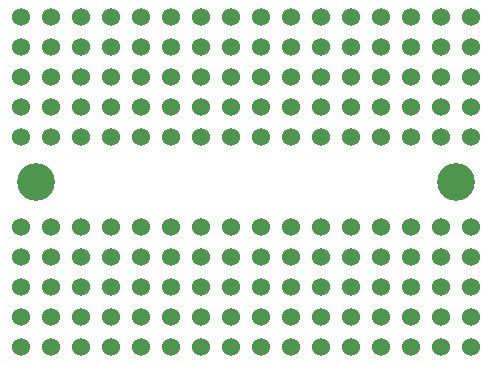
<source format=gbr>
%TF.GenerationSoftware,KiCad,Pcbnew,5.1.9-73d0e3b20d~88~ubuntu20.04.1*%
%TF.CreationDate,2021-01-27T17:21:39-06:00*%
%TF.ProjectId,ProtoPCBs,50726f74-6f50-4434-9273-2e6b69636164,rev?*%
%TF.SameCoordinates,Original*%
%TF.FileFunction,Soldermask,Bot*%
%TF.FilePolarity,Negative*%
%FSLAX46Y46*%
G04 Gerber Fmt 4.6, Leading zero omitted, Abs format (unit mm)*
G04 Created by KiCad (PCBNEW 5.1.9-73d0e3b20d~88~ubuntu20.04.1) date 2021-01-27 17:21:39*
%MOMM*%
%LPD*%
G01*
G04 APERTURE LIST*
%ADD10C,1.524000*%
%ADD11C,3.200000*%
G04 APERTURE END LIST*
D10*
%TO.C,REF\u002A\u002A*%
X193040000Y-83820000D03*
X193040000Y-93980000D03*
X203200000Y-86360000D03*
X228600000Y-93980000D03*
X228600000Y-88900000D03*
X226060000Y-83820000D03*
X215900000Y-93980000D03*
X205740000Y-86360000D03*
X213360000Y-88900000D03*
X223520000Y-83820000D03*
X231140000Y-91440000D03*
X193040000Y-86360000D03*
X213360000Y-86360000D03*
X213360000Y-93980000D03*
X220980000Y-91440000D03*
X220980000Y-93980000D03*
X205740000Y-83820000D03*
X220980000Y-86360000D03*
X195580000Y-93980000D03*
X198120000Y-88900000D03*
X226060000Y-88900000D03*
X213360000Y-91440000D03*
X231140000Y-86360000D03*
X218440000Y-86360000D03*
X208280000Y-91440000D03*
X231140000Y-93980000D03*
X223520000Y-91440000D03*
X223520000Y-93980000D03*
X218440000Y-93980000D03*
X203200000Y-88900000D03*
X200660000Y-88900000D03*
X208280000Y-83820000D03*
X215900000Y-83820000D03*
X218440000Y-91440000D03*
X218440000Y-88900000D03*
X228600000Y-91440000D03*
X220980000Y-83820000D03*
X215900000Y-91440000D03*
X200660000Y-91440000D03*
X220980000Y-88900000D03*
X228600000Y-83820000D03*
X200660000Y-93980000D03*
X215900000Y-88900000D03*
X231140000Y-83820000D03*
X208280000Y-93980000D03*
X208280000Y-88900000D03*
X203200000Y-83820000D03*
X210820000Y-91440000D03*
X200660000Y-83820000D03*
X215900000Y-86360000D03*
X195580000Y-91440000D03*
X205740000Y-91440000D03*
X223520000Y-86360000D03*
X226060000Y-86360000D03*
X213360000Y-83820000D03*
X228600000Y-86360000D03*
X226060000Y-93980000D03*
X198120000Y-83820000D03*
X195580000Y-88900000D03*
X210820000Y-83820000D03*
X193040000Y-91440000D03*
X210820000Y-86360000D03*
X231140000Y-88900000D03*
X208280000Y-86360000D03*
X223520000Y-88900000D03*
X205740000Y-93980000D03*
X205740000Y-88900000D03*
X195580000Y-86360000D03*
X198120000Y-93980000D03*
X210820000Y-93980000D03*
X210820000Y-88900000D03*
X226060000Y-91440000D03*
X218440000Y-83820000D03*
X203200000Y-93980000D03*
X193040000Y-88900000D03*
X198120000Y-86360000D03*
X200660000Y-86360000D03*
X195580000Y-83820000D03*
X198120000Y-91440000D03*
X203200000Y-91440000D03*
X213360000Y-66040000D03*
X213360000Y-76200000D03*
X223520000Y-68580000D03*
X226060000Y-68580000D03*
X213360000Y-68580000D03*
X226060000Y-66040000D03*
X215900000Y-76200000D03*
X218440000Y-71120000D03*
X228600000Y-73660000D03*
X223520000Y-71120000D03*
X220980000Y-71120000D03*
X228600000Y-66040000D03*
X220980000Y-73660000D03*
X220980000Y-76200000D03*
X228600000Y-76200000D03*
X228600000Y-71120000D03*
X223520000Y-66040000D03*
X231140000Y-73660000D03*
X220980000Y-66040000D03*
X215900000Y-73660000D03*
X226060000Y-73660000D03*
X218440000Y-66040000D03*
X215900000Y-71120000D03*
X231140000Y-66040000D03*
X213360000Y-73660000D03*
X231140000Y-68580000D03*
X228600000Y-68580000D03*
X226060000Y-76200000D03*
X226060000Y-71120000D03*
X215900000Y-68580000D03*
X218440000Y-76200000D03*
X231140000Y-76200000D03*
X231140000Y-71120000D03*
X223520000Y-76200000D03*
X213360000Y-71120000D03*
X218440000Y-68580000D03*
X220980000Y-68580000D03*
X215900000Y-66040000D03*
X218440000Y-73660000D03*
X223520000Y-73660000D03*
X210820000Y-73660000D03*
X210820000Y-66040000D03*
X210820000Y-76200000D03*
X210820000Y-71120000D03*
X210820000Y-68580000D03*
X208280000Y-68580000D03*
X208280000Y-66040000D03*
X208280000Y-73660000D03*
X208280000Y-76200000D03*
X208280000Y-71120000D03*
X205740000Y-68580000D03*
X205740000Y-71120000D03*
X205740000Y-66040000D03*
X205740000Y-76200000D03*
X205740000Y-73660000D03*
X203200000Y-71120000D03*
X203200000Y-73660000D03*
X203200000Y-76200000D03*
X203200000Y-66040000D03*
X203200000Y-68580000D03*
X200660000Y-71120000D03*
X200660000Y-66040000D03*
X200660000Y-76200000D03*
X200660000Y-68580000D03*
X200660000Y-73660000D03*
X198120000Y-76200000D03*
X198120000Y-73660000D03*
X198120000Y-71120000D03*
X198120000Y-68580000D03*
X198120000Y-66040000D03*
X195580000Y-66040000D03*
X195580000Y-76200000D03*
X195580000Y-68580000D03*
X195580000Y-73660000D03*
X195580000Y-71120000D03*
X193040000Y-76200000D03*
X193040000Y-73660000D03*
X193040000Y-71120000D03*
X193040000Y-68580000D03*
X193040000Y-66040000D03*
%TD*%
D11*
%TO.C,REF\u002A\u002A*%
X194310000Y-80010000D03*
%TD*%
%TO.C,REF\u002A\u002A*%
X229870000Y-80010000D03*
%TD*%
M02*

</source>
